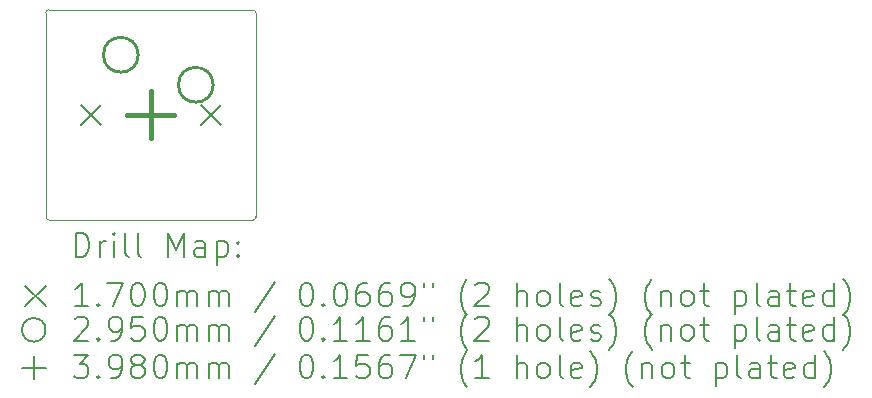
<source format=gbr>
%FSLAX45Y45*%
G04 Gerber Fmt 4.5, Leading zero omitted, Abs format (unit mm)*
G04 Created by KiCad (PCBNEW (6.0.5)) date 2022-08-26 20:17:28*
%MOMM*%
%LPD*%
G01*
G04 APERTURE LIST*
%TA.AperFunction,Profile*%
%ADD10C,0.038100*%
%TD*%
%ADD11C,0.200000*%
%ADD12C,0.170000*%
%ADD13C,0.295000*%
%ADD14C,0.398018*%
G04 APERTURE END LIST*
D10*
X12078000Y-12452600D02*
X12078001Y-10725400D01*
X12052600Y-10699999D02*
X10325400Y-10700000D01*
X10300000Y-12452599D02*
G75*
G03*
X10325400Y-12478000I25400J-1D01*
G01*
X10325400Y-10699999D02*
G75*
G03*
X10299999Y-10725401I0J-25401D01*
G01*
X12052599Y-12478000D02*
G75*
G03*
X12078000Y-12452600I1J25400D01*
G01*
X10299999Y-10725401D02*
X10299999Y-12452599D01*
X10325400Y-12478000D02*
X12052599Y-12478001D01*
X12078001Y-10725400D02*
G75*
G03*
X12052600Y-10699999I-25401J0D01*
G01*
D11*
D12*
X10596000Y-11503999D02*
X10766000Y-11673999D01*
X10766000Y-11503999D02*
X10596000Y-11673999D01*
X11612000Y-11503999D02*
X11782000Y-11673999D01*
X11782000Y-11503999D02*
X11612000Y-11673999D01*
D13*
X11082500Y-11080999D02*
G75*
G03*
X11082500Y-11080999I-147500J0D01*
G01*
X11717500Y-11334999D02*
G75*
G03*
X11717500Y-11334999I-147500J0D01*
G01*
D14*
X11189000Y-11389990D02*
X11189000Y-11788008D01*
X10989991Y-11588999D02*
X11388009Y-11588999D01*
D11*
X10555713Y-12790382D02*
X10555713Y-12590382D01*
X10603332Y-12590382D01*
X10631903Y-12599906D01*
X10650951Y-12618954D01*
X10660475Y-12638001D01*
X10669999Y-12676096D01*
X10669999Y-12704668D01*
X10660475Y-12742763D01*
X10650951Y-12761811D01*
X10631903Y-12780858D01*
X10603332Y-12790382D01*
X10555713Y-12790382D01*
X10755713Y-12790382D02*
X10755713Y-12657049D01*
X10755713Y-12695144D02*
X10765237Y-12676096D01*
X10774761Y-12666573D01*
X10793808Y-12657049D01*
X10812856Y-12657049D01*
X10879522Y-12790382D02*
X10879522Y-12657049D01*
X10879522Y-12590382D02*
X10869999Y-12599906D01*
X10879522Y-12609430D01*
X10889046Y-12599906D01*
X10879522Y-12590382D01*
X10879522Y-12609430D01*
X11003332Y-12790382D02*
X10984284Y-12780858D01*
X10974761Y-12761811D01*
X10974761Y-12590382D01*
X11108094Y-12790382D02*
X11089046Y-12780858D01*
X11079522Y-12761811D01*
X11079522Y-12590382D01*
X11336665Y-12790382D02*
X11336665Y-12590382D01*
X11403332Y-12733239D01*
X11469999Y-12590382D01*
X11469999Y-12790382D01*
X11650951Y-12790382D02*
X11650951Y-12685620D01*
X11641427Y-12666573D01*
X11622380Y-12657049D01*
X11584284Y-12657049D01*
X11565237Y-12666573D01*
X11650951Y-12780858D02*
X11631903Y-12790382D01*
X11584284Y-12790382D01*
X11565237Y-12780858D01*
X11555713Y-12761811D01*
X11555713Y-12742763D01*
X11565237Y-12723716D01*
X11584284Y-12714192D01*
X11631903Y-12714192D01*
X11650951Y-12704668D01*
X11746189Y-12657049D02*
X11746189Y-12857049D01*
X11746189Y-12666573D02*
X11765237Y-12657049D01*
X11803332Y-12657049D01*
X11822380Y-12666573D01*
X11831903Y-12676096D01*
X11841427Y-12695144D01*
X11841427Y-12752287D01*
X11831903Y-12771335D01*
X11822380Y-12780858D01*
X11803332Y-12790382D01*
X11765237Y-12790382D01*
X11746189Y-12780858D01*
X11927141Y-12771335D02*
X11936665Y-12780858D01*
X11927141Y-12790382D01*
X11917618Y-12780858D01*
X11927141Y-12771335D01*
X11927141Y-12790382D01*
X11927141Y-12666573D02*
X11936665Y-12676096D01*
X11927141Y-12685620D01*
X11917618Y-12676096D01*
X11927141Y-12666573D01*
X11927141Y-12685620D01*
D12*
X10128094Y-13034906D02*
X10298094Y-13204906D01*
X10298094Y-13034906D02*
X10128094Y-13204906D01*
D11*
X10660475Y-13210382D02*
X10546189Y-13210382D01*
X10603332Y-13210382D02*
X10603332Y-13010382D01*
X10584284Y-13038954D01*
X10565237Y-13058001D01*
X10546189Y-13067525D01*
X10746189Y-13191335D02*
X10755713Y-13200858D01*
X10746189Y-13210382D01*
X10736665Y-13200858D01*
X10746189Y-13191335D01*
X10746189Y-13210382D01*
X10822380Y-13010382D02*
X10955713Y-13010382D01*
X10869999Y-13210382D01*
X11069999Y-13010382D02*
X11089046Y-13010382D01*
X11108094Y-13019906D01*
X11117618Y-13029430D01*
X11127142Y-13048477D01*
X11136665Y-13086573D01*
X11136665Y-13134192D01*
X11127142Y-13172287D01*
X11117618Y-13191335D01*
X11108094Y-13200858D01*
X11089046Y-13210382D01*
X11069999Y-13210382D01*
X11050951Y-13200858D01*
X11041427Y-13191335D01*
X11031903Y-13172287D01*
X11022380Y-13134192D01*
X11022380Y-13086573D01*
X11031903Y-13048477D01*
X11041427Y-13029430D01*
X11050951Y-13019906D01*
X11069999Y-13010382D01*
X11260475Y-13010382D02*
X11279522Y-13010382D01*
X11298570Y-13019906D01*
X11308094Y-13029430D01*
X11317618Y-13048477D01*
X11327141Y-13086573D01*
X11327141Y-13134192D01*
X11317618Y-13172287D01*
X11308094Y-13191335D01*
X11298570Y-13200858D01*
X11279522Y-13210382D01*
X11260475Y-13210382D01*
X11241427Y-13200858D01*
X11231903Y-13191335D01*
X11222380Y-13172287D01*
X11212856Y-13134192D01*
X11212856Y-13086573D01*
X11222380Y-13048477D01*
X11231903Y-13029430D01*
X11241427Y-13019906D01*
X11260475Y-13010382D01*
X11412856Y-13210382D02*
X11412856Y-13077049D01*
X11412856Y-13096096D02*
X11422380Y-13086573D01*
X11441427Y-13077049D01*
X11469999Y-13077049D01*
X11489046Y-13086573D01*
X11498570Y-13105620D01*
X11498570Y-13210382D01*
X11498570Y-13105620D02*
X11508094Y-13086573D01*
X11527141Y-13077049D01*
X11555713Y-13077049D01*
X11574760Y-13086573D01*
X11584284Y-13105620D01*
X11584284Y-13210382D01*
X11679522Y-13210382D02*
X11679522Y-13077049D01*
X11679522Y-13096096D02*
X11689046Y-13086573D01*
X11708094Y-13077049D01*
X11736665Y-13077049D01*
X11755713Y-13086573D01*
X11765237Y-13105620D01*
X11765237Y-13210382D01*
X11765237Y-13105620D02*
X11774760Y-13086573D01*
X11793808Y-13077049D01*
X11822380Y-13077049D01*
X11841427Y-13086573D01*
X11850951Y-13105620D01*
X11850951Y-13210382D01*
X12241427Y-13000858D02*
X12069999Y-13258001D01*
X12498570Y-13010382D02*
X12517618Y-13010382D01*
X12536665Y-13019906D01*
X12546189Y-13029430D01*
X12555713Y-13048477D01*
X12565237Y-13086573D01*
X12565237Y-13134192D01*
X12555713Y-13172287D01*
X12546189Y-13191335D01*
X12536665Y-13200858D01*
X12517618Y-13210382D01*
X12498570Y-13210382D01*
X12479522Y-13200858D01*
X12469999Y-13191335D01*
X12460475Y-13172287D01*
X12450951Y-13134192D01*
X12450951Y-13086573D01*
X12460475Y-13048477D01*
X12469999Y-13029430D01*
X12479522Y-13019906D01*
X12498570Y-13010382D01*
X12650951Y-13191335D02*
X12660475Y-13200858D01*
X12650951Y-13210382D01*
X12641427Y-13200858D01*
X12650951Y-13191335D01*
X12650951Y-13210382D01*
X12784284Y-13010382D02*
X12803332Y-13010382D01*
X12822380Y-13019906D01*
X12831903Y-13029430D01*
X12841427Y-13048477D01*
X12850951Y-13086573D01*
X12850951Y-13134192D01*
X12841427Y-13172287D01*
X12831903Y-13191335D01*
X12822380Y-13200858D01*
X12803332Y-13210382D01*
X12784284Y-13210382D01*
X12765237Y-13200858D01*
X12755713Y-13191335D01*
X12746189Y-13172287D01*
X12736665Y-13134192D01*
X12736665Y-13086573D01*
X12746189Y-13048477D01*
X12755713Y-13029430D01*
X12765237Y-13019906D01*
X12784284Y-13010382D01*
X13022380Y-13010382D02*
X12984284Y-13010382D01*
X12965237Y-13019906D01*
X12955713Y-13029430D01*
X12936665Y-13058001D01*
X12927141Y-13096096D01*
X12927141Y-13172287D01*
X12936665Y-13191335D01*
X12946189Y-13200858D01*
X12965237Y-13210382D01*
X13003332Y-13210382D01*
X13022380Y-13200858D01*
X13031903Y-13191335D01*
X13041427Y-13172287D01*
X13041427Y-13124668D01*
X13031903Y-13105620D01*
X13022380Y-13096096D01*
X13003332Y-13086573D01*
X12965237Y-13086573D01*
X12946189Y-13096096D01*
X12936665Y-13105620D01*
X12927141Y-13124668D01*
X13212856Y-13010382D02*
X13174760Y-13010382D01*
X13155713Y-13019906D01*
X13146189Y-13029430D01*
X13127141Y-13058001D01*
X13117618Y-13096096D01*
X13117618Y-13172287D01*
X13127141Y-13191335D01*
X13136665Y-13200858D01*
X13155713Y-13210382D01*
X13193808Y-13210382D01*
X13212856Y-13200858D01*
X13222380Y-13191335D01*
X13231903Y-13172287D01*
X13231903Y-13124668D01*
X13222380Y-13105620D01*
X13212856Y-13096096D01*
X13193808Y-13086573D01*
X13155713Y-13086573D01*
X13136665Y-13096096D01*
X13127141Y-13105620D01*
X13117618Y-13124668D01*
X13327141Y-13210382D02*
X13365237Y-13210382D01*
X13384284Y-13200858D01*
X13393808Y-13191335D01*
X13412856Y-13162763D01*
X13422380Y-13124668D01*
X13422380Y-13048477D01*
X13412856Y-13029430D01*
X13403332Y-13019906D01*
X13384284Y-13010382D01*
X13346189Y-13010382D01*
X13327141Y-13019906D01*
X13317618Y-13029430D01*
X13308094Y-13048477D01*
X13308094Y-13096096D01*
X13317618Y-13115144D01*
X13327141Y-13124668D01*
X13346189Y-13134192D01*
X13384284Y-13134192D01*
X13403332Y-13124668D01*
X13412856Y-13115144D01*
X13422380Y-13096096D01*
X13498570Y-13010382D02*
X13498570Y-13048477D01*
X13574760Y-13010382D02*
X13574760Y-13048477D01*
X13869999Y-13286573D02*
X13860475Y-13277049D01*
X13841427Y-13248477D01*
X13831903Y-13229430D01*
X13822380Y-13200858D01*
X13812856Y-13153239D01*
X13812856Y-13115144D01*
X13822380Y-13067525D01*
X13831903Y-13038954D01*
X13841427Y-13019906D01*
X13860475Y-12991335D01*
X13869999Y-12981811D01*
X13936665Y-13029430D02*
X13946189Y-13019906D01*
X13965237Y-13010382D01*
X14012856Y-13010382D01*
X14031903Y-13019906D01*
X14041427Y-13029430D01*
X14050951Y-13048477D01*
X14050951Y-13067525D01*
X14041427Y-13096096D01*
X13927141Y-13210382D01*
X14050951Y-13210382D01*
X14289046Y-13210382D02*
X14289046Y-13010382D01*
X14374760Y-13210382D02*
X14374760Y-13105620D01*
X14365237Y-13086573D01*
X14346189Y-13077049D01*
X14317618Y-13077049D01*
X14298570Y-13086573D01*
X14289046Y-13096096D01*
X14498570Y-13210382D02*
X14479522Y-13200858D01*
X14469999Y-13191335D01*
X14460475Y-13172287D01*
X14460475Y-13115144D01*
X14469999Y-13096096D01*
X14479522Y-13086573D01*
X14498570Y-13077049D01*
X14527141Y-13077049D01*
X14546189Y-13086573D01*
X14555713Y-13096096D01*
X14565237Y-13115144D01*
X14565237Y-13172287D01*
X14555713Y-13191335D01*
X14546189Y-13200858D01*
X14527141Y-13210382D01*
X14498570Y-13210382D01*
X14679522Y-13210382D02*
X14660475Y-13200858D01*
X14650951Y-13181811D01*
X14650951Y-13010382D01*
X14831903Y-13200858D02*
X14812856Y-13210382D01*
X14774760Y-13210382D01*
X14755713Y-13200858D01*
X14746189Y-13181811D01*
X14746189Y-13105620D01*
X14755713Y-13086573D01*
X14774760Y-13077049D01*
X14812856Y-13077049D01*
X14831903Y-13086573D01*
X14841427Y-13105620D01*
X14841427Y-13124668D01*
X14746189Y-13143716D01*
X14917618Y-13200858D02*
X14936665Y-13210382D01*
X14974760Y-13210382D01*
X14993808Y-13200858D01*
X15003332Y-13181811D01*
X15003332Y-13172287D01*
X14993808Y-13153239D01*
X14974760Y-13143716D01*
X14946189Y-13143716D01*
X14927141Y-13134192D01*
X14917618Y-13115144D01*
X14917618Y-13105620D01*
X14927141Y-13086573D01*
X14946189Y-13077049D01*
X14974760Y-13077049D01*
X14993808Y-13086573D01*
X15069999Y-13286573D02*
X15079522Y-13277049D01*
X15098570Y-13248477D01*
X15108094Y-13229430D01*
X15117618Y-13200858D01*
X15127141Y-13153239D01*
X15127141Y-13115144D01*
X15117618Y-13067525D01*
X15108094Y-13038954D01*
X15098570Y-13019906D01*
X15079522Y-12991335D01*
X15069999Y-12981811D01*
X15431903Y-13286573D02*
X15422380Y-13277049D01*
X15403332Y-13248477D01*
X15393808Y-13229430D01*
X15384284Y-13200858D01*
X15374760Y-13153239D01*
X15374760Y-13115144D01*
X15384284Y-13067525D01*
X15393808Y-13038954D01*
X15403332Y-13019906D01*
X15422380Y-12991335D01*
X15431903Y-12981811D01*
X15508094Y-13077049D02*
X15508094Y-13210382D01*
X15508094Y-13096096D02*
X15517618Y-13086573D01*
X15536665Y-13077049D01*
X15565237Y-13077049D01*
X15584284Y-13086573D01*
X15593808Y-13105620D01*
X15593808Y-13210382D01*
X15717618Y-13210382D02*
X15698570Y-13200858D01*
X15689046Y-13191335D01*
X15679522Y-13172287D01*
X15679522Y-13115144D01*
X15689046Y-13096096D01*
X15698570Y-13086573D01*
X15717618Y-13077049D01*
X15746189Y-13077049D01*
X15765237Y-13086573D01*
X15774760Y-13096096D01*
X15784284Y-13115144D01*
X15784284Y-13172287D01*
X15774760Y-13191335D01*
X15765237Y-13200858D01*
X15746189Y-13210382D01*
X15717618Y-13210382D01*
X15841427Y-13077049D02*
X15917618Y-13077049D01*
X15869999Y-13010382D02*
X15869999Y-13181811D01*
X15879522Y-13200858D01*
X15898570Y-13210382D01*
X15917618Y-13210382D01*
X16136665Y-13077049D02*
X16136665Y-13277049D01*
X16136665Y-13086573D02*
X16155713Y-13077049D01*
X16193808Y-13077049D01*
X16212856Y-13086573D01*
X16222380Y-13096096D01*
X16231903Y-13115144D01*
X16231903Y-13172287D01*
X16222380Y-13191335D01*
X16212856Y-13200858D01*
X16193808Y-13210382D01*
X16155713Y-13210382D01*
X16136665Y-13200858D01*
X16346189Y-13210382D02*
X16327141Y-13200858D01*
X16317618Y-13181811D01*
X16317618Y-13010382D01*
X16508094Y-13210382D02*
X16508094Y-13105620D01*
X16498570Y-13086573D01*
X16479522Y-13077049D01*
X16441427Y-13077049D01*
X16422380Y-13086573D01*
X16508094Y-13200858D02*
X16489046Y-13210382D01*
X16441427Y-13210382D01*
X16422380Y-13200858D01*
X16412856Y-13181811D01*
X16412856Y-13162763D01*
X16422380Y-13143716D01*
X16441427Y-13134192D01*
X16489046Y-13134192D01*
X16508094Y-13124668D01*
X16574760Y-13077049D02*
X16650951Y-13077049D01*
X16603332Y-13010382D02*
X16603332Y-13181811D01*
X16612856Y-13200858D01*
X16631903Y-13210382D01*
X16650951Y-13210382D01*
X16793808Y-13200858D02*
X16774760Y-13210382D01*
X16736665Y-13210382D01*
X16717618Y-13200858D01*
X16708094Y-13181811D01*
X16708094Y-13105620D01*
X16717618Y-13086573D01*
X16736665Y-13077049D01*
X16774760Y-13077049D01*
X16793808Y-13086573D01*
X16803332Y-13105620D01*
X16803332Y-13124668D01*
X16708094Y-13143716D01*
X16974761Y-13210382D02*
X16974761Y-13010382D01*
X16974761Y-13200858D02*
X16955713Y-13210382D01*
X16917618Y-13210382D01*
X16898570Y-13200858D01*
X16889046Y-13191335D01*
X16879522Y-13172287D01*
X16879522Y-13115144D01*
X16889046Y-13096096D01*
X16898570Y-13086573D01*
X16917618Y-13077049D01*
X16955713Y-13077049D01*
X16974761Y-13086573D01*
X17050951Y-13286573D02*
X17060475Y-13277049D01*
X17079522Y-13248477D01*
X17089046Y-13229430D01*
X17098570Y-13200858D01*
X17108094Y-13153239D01*
X17108094Y-13115144D01*
X17098570Y-13067525D01*
X17089046Y-13038954D01*
X17079522Y-13019906D01*
X17060475Y-12991335D01*
X17050951Y-12981811D01*
X10298094Y-13409906D02*
G75*
G03*
X10298094Y-13409906I-100000J0D01*
G01*
X10546189Y-13319430D02*
X10555713Y-13309906D01*
X10574761Y-13300382D01*
X10622380Y-13300382D01*
X10641427Y-13309906D01*
X10650951Y-13319430D01*
X10660475Y-13338477D01*
X10660475Y-13357525D01*
X10650951Y-13386096D01*
X10536665Y-13500382D01*
X10660475Y-13500382D01*
X10746189Y-13481335D02*
X10755713Y-13490858D01*
X10746189Y-13500382D01*
X10736665Y-13490858D01*
X10746189Y-13481335D01*
X10746189Y-13500382D01*
X10850951Y-13500382D02*
X10889046Y-13500382D01*
X10908094Y-13490858D01*
X10917618Y-13481335D01*
X10936665Y-13452763D01*
X10946189Y-13414668D01*
X10946189Y-13338477D01*
X10936665Y-13319430D01*
X10927142Y-13309906D01*
X10908094Y-13300382D01*
X10869999Y-13300382D01*
X10850951Y-13309906D01*
X10841427Y-13319430D01*
X10831903Y-13338477D01*
X10831903Y-13386096D01*
X10841427Y-13405144D01*
X10850951Y-13414668D01*
X10869999Y-13424192D01*
X10908094Y-13424192D01*
X10927142Y-13414668D01*
X10936665Y-13405144D01*
X10946189Y-13386096D01*
X11127142Y-13300382D02*
X11031903Y-13300382D01*
X11022380Y-13395620D01*
X11031903Y-13386096D01*
X11050951Y-13376573D01*
X11098570Y-13376573D01*
X11117618Y-13386096D01*
X11127142Y-13395620D01*
X11136665Y-13414668D01*
X11136665Y-13462287D01*
X11127142Y-13481335D01*
X11117618Y-13490858D01*
X11098570Y-13500382D01*
X11050951Y-13500382D01*
X11031903Y-13490858D01*
X11022380Y-13481335D01*
X11260475Y-13300382D02*
X11279522Y-13300382D01*
X11298570Y-13309906D01*
X11308094Y-13319430D01*
X11317618Y-13338477D01*
X11327141Y-13376573D01*
X11327141Y-13424192D01*
X11317618Y-13462287D01*
X11308094Y-13481335D01*
X11298570Y-13490858D01*
X11279522Y-13500382D01*
X11260475Y-13500382D01*
X11241427Y-13490858D01*
X11231903Y-13481335D01*
X11222380Y-13462287D01*
X11212856Y-13424192D01*
X11212856Y-13376573D01*
X11222380Y-13338477D01*
X11231903Y-13319430D01*
X11241427Y-13309906D01*
X11260475Y-13300382D01*
X11412856Y-13500382D02*
X11412856Y-13367049D01*
X11412856Y-13386096D02*
X11422380Y-13376573D01*
X11441427Y-13367049D01*
X11469999Y-13367049D01*
X11489046Y-13376573D01*
X11498570Y-13395620D01*
X11498570Y-13500382D01*
X11498570Y-13395620D02*
X11508094Y-13376573D01*
X11527141Y-13367049D01*
X11555713Y-13367049D01*
X11574760Y-13376573D01*
X11584284Y-13395620D01*
X11584284Y-13500382D01*
X11679522Y-13500382D02*
X11679522Y-13367049D01*
X11679522Y-13386096D02*
X11689046Y-13376573D01*
X11708094Y-13367049D01*
X11736665Y-13367049D01*
X11755713Y-13376573D01*
X11765237Y-13395620D01*
X11765237Y-13500382D01*
X11765237Y-13395620D02*
X11774760Y-13376573D01*
X11793808Y-13367049D01*
X11822380Y-13367049D01*
X11841427Y-13376573D01*
X11850951Y-13395620D01*
X11850951Y-13500382D01*
X12241427Y-13290858D02*
X12069999Y-13548001D01*
X12498570Y-13300382D02*
X12517618Y-13300382D01*
X12536665Y-13309906D01*
X12546189Y-13319430D01*
X12555713Y-13338477D01*
X12565237Y-13376573D01*
X12565237Y-13424192D01*
X12555713Y-13462287D01*
X12546189Y-13481335D01*
X12536665Y-13490858D01*
X12517618Y-13500382D01*
X12498570Y-13500382D01*
X12479522Y-13490858D01*
X12469999Y-13481335D01*
X12460475Y-13462287D01*
X12450951Y-13424192D01*
X12450951Y-13376573D01*
X12460475Y-13338477D01*
X12469999Y-13319430D01*
X12479522Y-13309906D01*
X12498570Y-13300382D01*
X12650951Y-13481335D02*
X12660475Y-13490858D01*
X12650951Y-13500382D01*
X12641427Y-13490858D01*
X12650951Y-13481335D01*
X12650951Y-13500382D01*
X12850951Y-13500382D02*
X12736665Y-13500382D01*
X12793808Y-13500382D02*
X12793808Y-13300382D01*
X12774760Y-13328954D01*
X12755713Y-13348001D01*
X12736665Y-13357525D01*
X13041427Y-13500382D02*
X12927141Y-13500382D01*
X12984284Y-13500382D02*
X12984284Y-13300382D01*
X12965237Y-13328954D01*
X12946189Y-13348001D01*
X12927141Y-13357525D01*
X13212856Y-13300382D02*
X13174760Y-13300382D01*
X13155713Y-13309906D01*
X13146189Y-13319430D01*
X13127141Y-13348001D01*
X13117618Y-13386096D01*
X13117618Y-13462287D01*
X13127141Y-13481335D01*
X13136665Y-13490858D01*
X13155713Y-13500382D01*
X13193808Y-13500382D01*
X13212856Y-13490858D01*
X13222380Y-13481335D01*
X13231903Y-13462287D01*
X13231903Y-13414668D01*
X13222380Y-13395620D01*
X13212856Y-13386096D01*
X13193808Y-13376573D01*
X13155713Y-13376573D01*
X13136665Y-13386096D01*
X13127141Y-13395620D01*
X13117618Y-13414668D01*
X13422380Y-13500382D02*
X13308094Y-13500382D01*
X13365237Y-13500382D02*
X13365237Y-13300382D01*
X13346189Y-13328954D01*
X13327141Y-13348001D01*
X13308094Y-13357525D01*
X13498570Y-13300382D02*
X13498570Y-13338477D01*
X13574760Y-13300382D02*
X13574760Y-13338477D01*
X13869999Y-13576573D02*
X13860475Y-13567049D01*
X13841427Y-13538477D01*
X13831903Y-13519430D01*
X13822380Y-13490858D01*
X13812856Y-13443239D01*
X13812856Y-13405144D01*
X13822380Y-13357525D01*
X13831903Y-13328954D01*
X13841427Y-13309906D01*
X13860475Y-13281335D01*
X13869999Y-13271811D01*
X13936665Y-13319430D02*
X13946189Y-13309906D01*
X13965237Y-13300382D01*
X14012856Y-13300382D01*
X14031903Y-13309906D01*
X14041427Y-13319430D01*
X14050951Y-13338477D01*
X14050951Y-13357525D01*
X14041427Y-13386096D01*
X13927141Y-13500382D01*
X14050951Y-13500382D01*
X14289046Y-13500382D02*
X14289046Y-13300382D01*
X14374760Y-13500382D02*
X14374760Y-13395620D01*
X14365237Y-13376573D01*
X14346189Y-13367049D01*
X14317618Y-13367049D01*
X14298570Y-13376573D01*
X14289046Y-13386096D01*
X14498570Y-13500382D02*
X14479522Y-13490858D01*
X14469999Y-13481335D01*
X14460475Y-13462287D01*
X14460475Y-13405144D01*
X14469999Y-13386096D01*
X14479522Y-13376573D01*
X14498570Y-13367049D01*
X14527141Y-13367049D01*
X14546189Y-13376573D01*
X14555713Y-13386096D01*
X14565237Y-13405144D01*
X14565237Y-13462287D01*
X14555713Y-13481335D01*
X14546189Y-13490858D01*
X14527141Y-13500382D01*
X14498570Y-13500382D01*
X14679522Y-13500382D02*
X14660475Y-13490858D01*
X14650951Y-13471811D01*
X14650951Y-13300382D01*
X14831903Y-13490858D02*
X14812856Y-13500382D01*
X14774760Y-13500382D01*
X14755713Y-13490858D01*
X14746189Y-13471811D01*
X14746189Y-13395620D01*
X14755713Y-13376573D01*
X14774760Y-13367049D01*
X14812856Y-13367049D01*
X14831903Y-13376573D01*
X14841427Y-13395620D01*
X14841427Y-13414668D01*
X14746189Y-13433716D01*
X14917618Y-13490858D02*
X14936665Y-13500382D01*
X14974760Y-13500382D01*
X14993808Y-13490858D01*
X15003332Y-13471811D01*
X15003332Y-13462287D01*
X14993808Y-13443239D01*
X14974760Y-13433716D01*
X14946189Y-13433716D01*
X14927141Y-13424192D01*
X14917618Y-13405144D01*
X14917618Y-13395620D01*
X14927141Y-13376573D01*
X14946189Y-13367049D01*
X14974760Y-13367049D01*
X14993808Y-13376573D01*
X15069999Y-13576573D02*
X15079522Y-13567049D01*
X15098570Y-13538477D01*
X15108094Y-13519430D01*
X15117618Y-13490858D01*
X15127141Y-13443239D01*
X15127141Y-13405144D01*
X15117618Y-13357525D01*
X15108094Y-13328954D01*
X15098570Y-13309906D01*
X15079522Y-13281335D01*
X15069999Y-13271811D01*
X15431903Y-13576573D02*
X15422380Y-13567049D01*
X15403332Y-13538477D01*
X15393808Y-13519430D01*
X15384284Y-13490858D01*
X15374760Y-13443239D01*
X15374760Y-13405144D01*
X15384284Y-13357525D01*
X15393808Y-13328954D01*
X15403332Y-13309906D01*
X15422380Y-13281335D01*
X15431903Y-13271811D01*
X15508094Y-13367049D02*
X15508094Y-13500382D01*
X15508094Y-13386096D02*
X15517618Y-13376573D01*
X15536665Y-13367049D01*
X15565237Y-13367049D01*
X15584284Y-13376573D01*
X15593808Y-13395620D01*
X15593808Y-13500382D01*
X15717618Y-13500382D02*
X15698570Y-13490858D01*
X15689046Y-13481335D01*
X15679522Y-13462287D01*
X15679522Y-13405144D01*
X15689046Y-13386096D01*
X15698570Y-13376573D01*
X15717618Y-13367049D01*
X15746189Y-13367049D01*
X15765237Y-13376573D01*
X15774760Y-13386096D01*
X15784284Y-13405144D01*
X15784284Y-13462287D01*
X15774760Y-13481335D01*
X15765237Y-13490858D01*
X15746189Y-13500382D01*
X15717618Y-13500382D01*
X15841427Y-13367049D02*
X15917618Y-13367049D01*
X15869999Y-13300382D02*
X15869999Y-13471811D01*
X15879522Y-13490858D01*
X15898570Y-13500382D01*
X15917618Y-13500382D01*
X16136665Y-13367049D02*
X16136665Y-13567049D01*
X16136665Y-13376573D02*
X16155713Y-13367049D01*
X16193808Y-13367049D01*
X16212856Y-13376573D01*
X16222380Y-13386096D01*
X16231903Y-13405144D01*
X16231903Y-13462287D01*
X16222380Y-13481335D01*
X16212856Y-13490858D01*
X16193808Y-13500382D01*
X16155713Y-13500382D01*
X16136665Y-13490858D01*
X16346189Y-13500382D02*
X16327141Y-13490858D01*
X16317618Y-13471811D01*
X16317618Y-13300382D01*
X16508094Y-13500382D02*
X16508094Y-13395620D01*
X16498570Y-13376573D01*
X16479522Y-13367049D01*
X16441427Y-13367049D01*
X16422380Y-13376573D01*
X16508094Y-13490858D02*
X16489046Y-13500382D01*
X16441427Y-13500382D01*
X16422380Y-13490858D01*
X16412856Y-13471811D01*
X16412856Y-13452763D01*
X16422380Y-13433716D01*
X16441427Y-13424192D01*
X16489046Y-13424192D01*
X16508094Y-13414668D01*
X16574760Y-13367049D02*
X16650951Y-13367049D01*
X16603332Y-13300382D02*
X16603332Y-13471811D01*
X16612856Y-13490858D01*
X16631903Y-13500382D01*
X16650951Y-13500382D01*
X16793808Y-13490858D02*
X16774760Y-13500382D01*
X16736665Y-13500382D01*
X16717618Y-13490858D01*
X16708094Y-13471811D01*
X16708094Y-13395620D01*
X16717618Y-13376573D01*
X16736665Y-13367049D01*
X16774760Y-13367049D01*
X16793808Y-13376573D01*
X16803332Y-13395620D01*
X16803332Y-13414668D01*
X16708094Y-13433716D01*
X16974761Y-13500382D02*
X16974761Y-13300382D01*
X16974761Y-13490858D02*
X16955713Y-13500382D01*
X16917618Y-13500382D01*
X16898570Y-13490858D01*
X16889046Y-13481335D01*
X16879522Y-13462287D01*
X16879522Y-13405144D01*
X16889046Y-13386096D01*
X16898570Y-13376573D01*
X16917618Y-13367049D01*
X16955713Y-13367049D01*
X16974761Y-13376573D01*
X17050951Y-13576573D02*
X17060475Y-13567049D01*
X17079522Y-13538477D01*
X17089046Y-13519430D01*
X17098570Y-13490858D01*
X17108094Y-13443239D01*
X17108094Y-13405144D01*
X17098570Y-13357525D01*
X17089046Y-13328954D01*
X17079522Y-13309906D01*
X17060475Y-13281335D01*
X17050951Y-13271811D01*
X10198094Y-13629906D02*
X10198094Y-13829906D01*
X10098094Y-13729906D02*
X10298094Y-13729906D01*
X10536665Y-13620382D02*
X10660475Y-13620382D01*
X10593808Y-13696573D01*
X10622380Y-13696573D01*
X10641427Y-13706096D01*
X10650951Y-13715620D01*
X10660475Y-13734668D01*
X10660475Y-13782287D01*
X10650951Y-13801335D01*
X10641427Y-13810858D01*
X10622380Y-13820382D01*
X10565237Y-13820382D01*
X10546189Y-13810858D01*
X10536665Y-13801335D01*
X10746189Y-13801335D02*
X10755713Y-13810858D01*
X10746189Y-13820382D01*
X10736665Y-13810858D01*
X10746189Y-13801335D01*
X10746189Y-13820382D01*
X10850951Y-13820382D02*
X10889046Y-13820382D01*
X10908094Y-13810858D01*
X10917618Y-13801335D01*
X10936665Y-13772763D01*
X10946189Y-13734668D01*
X10946189Y-13658477D01*
X10936665Y-13639430D01*
X10927142Y-13629906D01*
X10908094Y-13620382D01*
X10869999Y-13620382D01*
X10850951Y-13629906D01*
X10841427Y-13639430D01*
X10831903Y-13658477D01*
X10831903Y-13706096D01*
X10841427Y-13725144D01*
X10850951Y-13734668D01*
X10869999Y-13744192D01*
X10908094Y-13744192D01*
X10927142Y-13734668D01*
X10936665Y-13725144D01*
X10946189Y-13706096D01*
X11060475Y-13706096D02*
X11041427Y-13696573D01*
X11031903Y-13687049D01*
X11022380Y-13668001D01*
X11022380Y-13658477D01*
X11031903Y-13639430D01*
X11041427Y-13629906D01*
X11060475Y-13620382D01*
X11098570Y-13620382D01*
X11117618Y-13629906D01*
X11127142Y-13639430D01*
X11136665Y-13658477D01*
X11136665Y-13668001D01*
X11127142Y-13687049D01*
X11117618Y-13696573D01*
X11098570Y-13706096D01*
X11060475Y-13706096D01*
X11041427Y-13715620D01*
X11031903Y-13725144D01*
X11022380Y-13744192D01*
X11022380Y-13782287D01*
X11031903Y-13801335D01*
X11041427Y-13810858D01*
X11060475Y-13820382D01*
X11098570Y-13820382D01*
X11117618Y-13810858D01*
X11127142Y-13801335D01*
X11136665Y-13782287D01*
X11136665Y-13744192D01*
X11127142Y-13725144D01*
X11117618Y-13715620D01*
X11098570Y-13706096D01*
X11260475Y-13620382D02*
X11279522Y-13620382D01*
X11298570Y-13629906D01*
X11308094Y-13639430D01*
X11317618Y-13658477D01*
X11327141Y-13696573D01*
X11327141Y-13744192D01*
X11317618Y-13782287D01*
X11308094Y-13801335D01*
X11298570Y-13810858D01*
X11279522Y-13820382D01*
X11260475Y-13820382D01*
X11241427Y-13810858D01*
X11231903Y-13801335D01*
X11222380Y-13782287D01*
X11212856Y-13744192D01*
X11212856Y-13696573D01*
X11222380Y-13658477D01*
X11231903Y-13639430D01*
X11241427Y-13629906D01*
X11260475Y-13620382D01*
X11412856Y-13820382D02*
X11412856Y-13687049D01*
X11412856Y-13706096D02*
X11422380Y-13696573D01*
X11441427Y-13687049D01*
X11469999Y-13687049D01*
X11489046Y-13696573D01*
X11498570Y-13715620D01*
X11498570Y-13820382D01*
X11498570Y-13715620D02*
X11508094Y-13696573D01*
X11527141Y-13687049D01*
X11555713Y-13687049D01*
X11574760Y-13696573D01*
X11584284Y-13715620D01*
X11584284Y-13820382D01*
X11679522Y-13820382D02*
X11679522Y-13687049D01*
X11679522Y-13706096D02*
X11689046Y-13696573D01*
X11708094Y-13687049D01*
X11736665Y-13687049D01*
X11755713Y-13696573D01*
X11765237Y-13715620D01*
X11765237Y-13820382D01*
X11765237Y-13715620D02*
X11774760Y-13696573D01*
X11793808Y-13687049D01*
X11822380Y-13687049D01*
X11841427Y-13696573D01*
X11850951Y-13715620D01*
X11850951Y-13820382D01*
X12241427Y-13610858D02*
X12069999Y-13868001D01*
X12498570Y-13620382D02*
X12517618Y-13620382D01*
X12536665Y-13629906D01*
X12546189Y-13639430D01*
X12555713Y-13658477D01*
X12565237Y-13696573D01*
X12565237Y-13744192D01*
X12555713Y-13782287D01*
X12546189Y-13801335D01*
X12536665Y-13810858D01*
X12517618Y-13820382D01*
X12498570Y-13820382D01*
X12479522Y-13810858D01*
X12469999Y-13801335D01*
X12460475Y-13782287D01*
X12450951Y-13744192D01*
X12450951Y-13696573D01*
X12460475Y-13658477D01*
X12469999Y-13639430D01*
X12479522Y-13629906D01*
X12498570Y-13620382D01*
X12650951Y-13801335D02*
X12660475Y-13810858D01*
X12650951Y-13820382D01*
X12641427Y-13810858D01*
X12650951Y-13801335D01*
X12650951Y-13820382D01*
X12850951Y-13820382D02*
X12736665Y-13820382D01*
X12793808Y-13820382D02*
X12793808Y-13620382D01*
X12774760Y-13648954D01*
X12755713Y-13668001D01*
X12736665Y-13677525D01*
X13031903Y-13620382D02*
X12936665Y-13620382D01*
X12927141Y-13715620D01*
X12936665Y-13706096D01*
X12955713Y-13696573D01*
X13003332Y-13696573D01*
X13022380Y-13706096D01*
X13031903Y-13715620D01*
X13041427Y-13734668D01*
X13041427Y-13782287D01*
X13031903Y-13801335D01*
X13022380Y-13810858D01*
X13003332Y-13820382D01*
X12955713Y-13820382D01*
X12936665Y-13810858D01*
X12927141Y-13801335D01*
X13212856Y-13620382D02*
X13174760Y-13620382D01*
X13155713Y-13629906D01*
X13146189Y-13639430D01*
X13127141Y-13668001D01*
X13117618Y-13706096D01*
X13117618Y-13782287D01*
X13127141Y-13801335D01*
X13136665Y-13810858D01*
X13155713Y-13820382D01*
X13193808Y-13820382D01*
X13212856Y-13810858D01*
X13222380Y-13801335D01*
X13231903Y-13782287D01*
X13231903Y-13734668D01*
X13222380Y-13715620D01*
X13212856Y-13706096D01*
X13193808Y-13696573D01*
X13155713Y-13696573D01*
X13136665Y-13706096D01*
X13127141Y-13715620D01*
X13117618Y-13734668D01*
X13298570Y-13620382D02*
X13431903Y-13620382D01*
X13346189Y-13820382D01*
X13498570Y-13620382D02*
X13498570Y-13658477D01*
X13574760Y-13620382D02*
X13574760Y-13658477D01*
X13869999Y-13896573D02*
X13860475Y-13887049D01*
X13841427Y-13858477D01*
X13831903Y-13839430D01*
X13822380Y-13810858D01*
X13812856Y-13763239D01*
X13812856Y-13725144D01*
X13822380Y-13677525D01*
X13831903Y-13648954D01*
X13841427Y-13629906D01*
X13860475Y-13601335D01*
X13869999Y-13591811D01*
X14050951Y-13820382D02*
X13936665Y-13820382D01*
X13993808Y-13820382D02*
X13993808Y-13620382D01*
X13974760Y-13648954D01*
X13955713Y-13668001D01*
X13936665Y-13677525D01*
X14289046Y-13820382D02*
X14289046Y-13620382D01*
X14374760Y-13820382D02*
X14374760Y-13715620D01*
X14365237Y-13696573D01*
X14346189Y-13687049D01*
X14317618Y-13687049D01*
X14298570Y-13696573D01*
X14289046Y-13706096D01*
X14498570Y-13820382D02*
X14479522Y-13810858D01*
X14469999Y-13801335D01*
X14460475Y-13782287D01*
X14460475Y-13725144D01*
X14469999Y-13706096D01*
X14479522Y-13696573D01*
X14498570Y-13687049D01*
X14527141Y-13687049D01*
X14546189Y-13696573D01*
X14555713Y-13706096D01*
X14565237Y-13725144D01*
X14565237Y-13782287D01*
X14555713Y-13801335D01*
X14546189Y-13810858D01*
X14527141Y-13820382D01*
X14498570Y-13820382D01*
X14679522Y-13820382D02*
X14660475Y-13810858D01*
X14650951Y-13791811D01*
X14650951Y-13620382D01*
X14831903Y-13810858D02*
X14812856Y-13820382D01*
X14774760Y-13820382D01*
X14755713Y-13810858D01*
X14746189Y-13791811D01*
X14746189Y-13715620D01*
X14755713Y-13696573D01*
X14774760Y-13687049D01*
X14812856Y-13687049D01*
X14831903Y-13696573D01*
X14841427Y-13715620D01*
X14841427Y-13734668D01*
X14746189Y-13753716D01*
X14908094Y-13896573D02*
X14917618Y-13887049D01*
X14936665Y-13858477D01*
X14946189Y-13839430D01*
X14955713Y-13810858D01*
X14965237Y-13763239D01*
X14965237Y-13725144D01*
X14955713Y-13677525D01*
X14946189Y-13648954D01*
X14936665Y-13629906D01*
X14917618Y-13601335D01*
X14908094Y-13591811D01*
X15269999Y-13896573D02*
X15260475Y-13887049D01*
X15241427Y-13858477D01*
X15231903Y-13839430D01*
X15222380Y-13810858D01*
X15212856Y-13763239D01*
X15212856Y-13725144D01*
X15222380Y-13677525D01*
X15231903Y-13648954D01*
X15241427Y-13629906D01*
X15260475Y-13601335D01*
X15269999Y-13591811D01*
X15346189Y-13687049D02*
X15346189Y-13820382D01*
X15346189Y-13706096D02*
X15355713Y-13696573D01*
X15374760Y-13687049D01*
X15403332Y-13687049D01*
X15422380Y-13696573D01*
X15431903Y-13715620D01*
X15431903Y-13820382D01*
X15555713Y-13820382D02*
X15536665Y-13810858D01*
X15527141Y-13801335D01*
X15517618Y-13782287D01*
X15517618Y-13725144D01*
X15527141Y-13706096D01*
X15536665Y-13696573D01*
X15555713Y-13687049D01*
X15584284Y-13687049D01*
X15603332Y-13696573D01*
X15612856Y-13706096D01*
X15622380Y-13725144D01*
X15622380Y-13782287D01*
X15612856Y-13801335D01*
X15603332Y-13810858D01*
X15584284Y-13820382D01*
X15555713Y-13820382D01*
X15679522Y-13687049D02*
X15755713Y-13687049D01*
X15708094Y-13620382D02*
X15708094Y-13791811D01*
X15717618Y-13810858D01*
X15736665Y-13820382D01*
X15755713Y-13820382D01*
X15974760Y-13687049D02*
X15974760Y-13887049D01*
X15974760Y-13696573D02*
X15993808Y-13687049D01*
X16031903Y-13687049D01*
X16050951Y-13696573D01*
X16060475Y-13706096D01*
X16069999Y-13725144D01*
X16069999Y-13782287D01*
X16060475Y-13801335D01*
X16050951Y-13810858D01*
X16031903Y-13820382D01*
X15993808Y-13820382D01*
X15974760Y-13810858D01*
X16184284Y-13820382D02*
X16165237Y-13810858D01*
X16155713Y-13791811D01*
X16155713Y-13620382D01*
X16346189Y-13820382D02*
X16346189Y-13715620D01*
X16336665Y-13696573D01*
X16317618Y-13687049D01*
X16279522Y-13687049D01*
X16260475Y-13696573D01*
X16346189Y-13810858D02*
X16327141Y-13820382D01*
X16279522Y-13820382D01*
X16260475Y-13810858D01*
X16250951Y-13791811D01*
X16250951Y-13772763D01*
X16260475Y-13753716D01*
X16279522Y-13744192D01*
X16327141Y-13744192D01*
X16346189Y-13734668D01*
X16412856Y-13687049D02*
X16489046Y-13687049D01*
X16441427Y-13620382D02*
X16441427Y-13791811D01*
X16450951Y-13810858D01*
X16469999Y-13820382D01*
X16489046Y-13820382D01*
X16631903Y-13810858D02*
X16612856Y-13820382D01*
X16574760Y-13820382D01*
X16555713Y-13810858D01*
X16546189Y-13791811D01*
X16546189Y-13715620D01*
X16555713Y-13696573D01*
X16574760Y-13687049D01*
X16612856Y-13687049D01*
X16631903Y-13696573D01*
X16641427Y-13715620D01*
X16641427Y-13734668D01*
X16546189Y-13753716D01*
X16812856Y-13820382D02*
X16812856Y-13620382D01*
X16812856Y-13810858D02*
X16793808Y-13820382D01*
X16755713Y-13820382D01*
X16736665Y-13810858D01*
X16727141Y-13801335D01*
X16717618Y-13782287D01*
X16717618Y-13725144D01*
X16727141Y-13706096D01*
X16736665Y-13696573D01*
X16755713Y-13687049D01*
X16793808Y-13687049D01*
X16812856Y-13696573D01*
X16889046Y-13896573D02*
X16898570Y-13887049D01*
X16917618Y-13858477D01*
X16927142Y-13839430D01*
X16936665Y-13810858D01*
X16946189Y-13763239D01*
X16946189Y-13725144D01*
X16936665Y-13677525D01*
X16927142Y-13648954D01*
X16917618Y-13629906D01*
X16898570Y-13601335D01*
X16889046Y-13591811D01*
M02*

</source>
